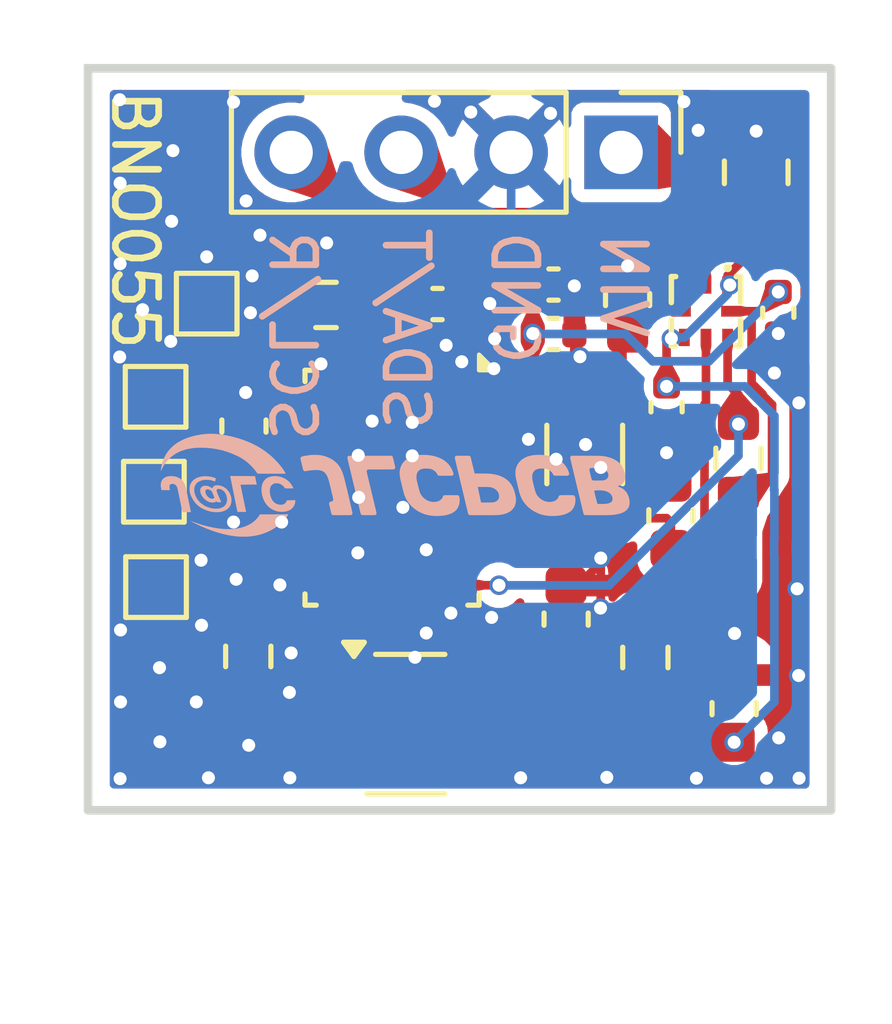
<source format=kicad_pcb>
(kicad_pcb (version 20241229) (generator "pcbnew") (generator_version "9.0")
  (layers (0 "F.Cu" jumper) (2 "B.Cu" signal) (13 "F.Paste" user) (15 "B.Paste" user) (5 "F.SilkS" user "F.Silkscreen") (7 "B.SilkS" user "B.Silkscreen") (1 "F.Mask" user) (3 "B.Mask" user) (25 "Edge.Cuts" user))
  (net 0 "")
  (net 1 "VCC")
  (net 2 "Net-(U2-COM0)")
  (net 3 "Net-(J2-Pin_3)")
  (net 4 "Net-(J2-Pin_4)")
  (net 5 "+2V8")
  (net 6 "GND")
  (net 7 "Net-(U3-B1)")
  (net 8 "Net-(U2-~{BOOT_LOAD_PIN})")
  (net 9 "Net-(U2-BL_IND)")
  (net 10 "Net-(U2-PIN7)")
  (net 11 "Net-(U2-PIN8)")
  (net 12 "Net-(U2-COM3)")
  (net 15 "Net-(U2-XIN32)")
  (net 17 "Net-(U2-XOUT32)")
  (net 23 "Net-(U2-CAP)")
  (footprint "Package_TO_SOT_SMD:SOT-23-5_HandSoldering" (layer "F.Cu") (at 115.16 92.4425)
    (property "Reference" "U1" (hide yes))
    (property "Value" "LP5907MFX-2.8" (hide yes))
    (pad "1" smd roundrect (at -1.35 -0.95) (size 1.56 0.65) (layers "F.Cu" "F.Mask" "F.Paste") (net 1 "VCC"))
    (pad "2" smd roundrect (at -1.35 0) (size 1.56 0.65) (layers "F.Cu" "F.Mask" "F.Paste") (net 6 "GND"))
    (pad "3" smd roundrect (at -1.35 0.95) (size 1.56 0.65) (layers "F.Cu" "F.Mask" "F.Paste") (net 1 "VCC"))
    (pad "4" smd roundrect (at 1.35 0.95) (size 1.56 0.65) (layers "F.Cu" "F.Mask" "F.Paste"))
    (pad "5" smd roundrect (at 1.35 -0.95) (size 1.56 0.65) (layers "F.Cu" "F.Mask" "F.Paste") (net 5 "+2V8"))
  )
  (footprint "Resistor_SMD:R_0603_1608Metric" (layer "F.Cu") (at 120.69 90.905 90)
    (property "Reference" "R2" (hide yes))
    (property "Value" "10k")
    (pad "1" smd roundrect (at -0.825 0 90) (size 0.8 0.95) (layers "F.Cu" "F.Mask" "F.Paste") (net 5 "+2V8"))
    (pad "2" smd roundrect (at 0.825 0 90) (size 0.8 0.95) (layers "F.Cu" "F.Mask" "F.Paste") (net 7 "Net-(U3-B1)"))
  )
  (footprint "Capacitor_SMD:C_0402_1005Metric" (layer "F.Cu") (at 121.18 85.13 -90)
    (property "Reference" "C4" (hide yes))
    (property "Value" "100n")
    (pad "1" smd roundrect (at -0.48 0 270) (size 0.56 0.62) (layers "F.Cu" "F.Mask" "F.Paste") (net 1 "VCC"))
    (pad "2" smd roundrect (at 0.48 0 270) (size 0.56 0.62) (layers "F.Cu" "F.Mask" "F.Paste") (net 6 "GND"))
  )
  (footprint "Capacitor_SMD:C_0603_1608Metric" (layer "F.Cu") (at 121.28 87.635 90)
    (property "Reference" "C11" (hide yes))
    (property "Value" "15p")
    (pad "1" smd roundrect (at -0.775 0 90) (size 0.9 0.95) (layers "F.Cu" "F.Mask" "F.Paste") (net 17 "Net-(U2-XOUT32)"))
    (pad "2" smd roundrect (at 0.775 0 90) (size 0.9 0.95) (layers "F.Cu" "F.Mask" "F.Paste") (net 6 "GND"))
  )
  (footprint "TestPoint:TestPoint_Pad_1.0x1.0mm" (layer "F.Cu") (at 109.34 87.08)
    (property "Reference" "TP5" (hide yes))
    (property "Value" "TestPoint")
    (pad "1" smd rect (at 0 0) (size 1 1) (layers "F.Cu" "F.Mask") (net 11 "Net-(U2-PIN8)"))
  )
  (footprint "Capacitor_SMD:C_0603_1608Metric" (layer "F.Cu") (at 111.42 85.565 90)
    (property "Reference" "C10" (hide yes))
    (property "Value" "2.2u")
    (pad "1" smd roundrect (at -0.775 0 90) (size 0.9 0.95) (layers "F.Cu" "F.Mask" "F.Paste") (net 23 "Net-(U2-CAP)"))
    (pad "2" smd roundrect (at 0.775 0 90) (size 0.9 0.95) (layers "F.Cu" "F.Mask" "F.Paste") (net 6 "GND"))
  )
  (footprint "TestPoint:TestPoint_Pad_1.0x1.0mm" (layer "F.Cu") (at 109.39 89.28)
    (property "Reference" "TP3" (hide yes))
    (property "Value" "TestPoint" (hide yes))
    (pad "1" smd rect (at 0 0) (size 1 1) (layers "F.Cu" "F.Mask") (net 9 "Net-(U2-BL_IND)"))
  )
  (footprint "Capacitor_SMD:C_0402_1005Metric" (layer "F.Cu") (at 115.89 82.75)
    (property "Reference" "C8" (hide yes))
    (property "Value" "100n")
    (pad "1" smd roundrect (at -0.48 0) (size 0.56 0.62) (layers "F.Cu" "F.Mask" "F.Paste") (net 5 "+2V8"))
    (pad "2" smd roundrect (at 0.48 0) (size 0.56 0.62) (layers "F.Cu" "F.Mask" "F.Paste") (net 6 "GND"))
  )
  (footprint "Capacitor_SMD:C_0603_1608Metric" (layer "F.Cu") (at 122.74 92.085 90)
    (property "Reference" "C2" (hide yes))
    (property "Value" "2.2u" (hide yes))
    (pad "1" smd roundrect (at -0.775 0 90) (size 0.9 0.95) (layers "F.Cu" "F.Mask" "F.Paste") (net 1 "VCC"))
    (pad "2" smd roundrect (at 0.775 0 90) (size 0.9 0.95) (layers "F.Cu" "F.Mask" "F.Paste") (net 6 "GND"))
  )
  (footprint "Resistor_SMD:R_0603_1608Metric" (layer "F.Cu") (at 113.315 82.77)
    (property "Reference" "R5" (hide yes))
    (property "Value" "10k")
    (pad "1" smd roundrect (at -0.825 0) (size 0.8 0.95) (layers "F.Cu" "F.Mask" "F.Paste") (net 5 "+2V8"))
    (pad "2" smd roundrect (at 0.825 0) (size 0.8 0.95) (layers "F.Cu" "F.Mask" "F.Paste") (net 8 "Net-(U2-~{BOOT_LOAD_PIN})"))
  )
  (footprint "Resistor_SMD:R_0603_1608Metric" (layer "F.Cu") (at 111.52 90.88 -90)
    (property "Reference" "R4" (hide yes))
    (property "Value" "10k" (hide yes))
    (pad "1" smd roundrect (at -0.825 0 270) (size 0.8 0.95) (layers "F.Cu" "F.Mask" "F.Paste") (net 12 "Net-(U2-COM3)"))
    (pad "2" smd roundrect (at 0.825 0 270) (size 0.8 0.95) (layers "F.Cu" "F.Mask" "F.Paste") (net 6 "GND"))
  )
  (footprint "Capacitor_SMD:C_0805_2012Metric" (layer "F.Cu") (at 123.25 79.71 90)
    (property "Reference" "C1" (hide yes))
    (property "Value" "10u")
    (pad "1" smd roundrect (at -0.95 0 90) (size 1 1.45) (layers "F.Cu" "F.Mask" "F.Paste") (net 1 "VCC"))
    (pad "2" smd roundrect (at 0.95 0 90) (size 1 1.45) (layers "F.Cu" "F.Mask" "F.Paste") (net 6 "GND"))
  )
  (footprint "Capacitor_SMD:C_0402_1005Metric" (layer "F.Cu") (at 123.76 82.95 -90)
    (property "Reference" "C5" (hide yes))
    (property "Value" "100n")
    (pad "1" smd roundrect (at -0.48 0 270) (size 0.56 0.62) (layers "F.Cu" "F.Mask" "F.Paste") (net 5 "+2V8"))
    (pad "2" smd roundrect (at 0.48 0 270) (size 0.56 0.62) (layers "F.Cu" "F.Mask" "F.Paste") (net 6 "GND"))
  )
  (footprint "Capacitor_SMD:C_0603_1608Metric" (layer "F.Cu") (at 120.28 82.645 90)
    (property "Reference" "C9" (hide yes))
    (property "Value" "15p")
    (pad "1" smd roundrect (at -0.775 0 90) (size 0.9 0.95) (layers "F.Cu" "F.Mask" "F.Paste") (net 15 "Net-(U2-XIN32)"))
    (pad "2" smd roundrect (at 0.775 0 90) (size 0.9 0.95) (layers "F.Cu" "F.Mask" "F.Paste") (net 6 "GND"))
  )
  (footprint "Package_LGA:LGA-28_5.2x3.8mm_P0.5mm" (layer "F.Cu") (at 114.84 86.9875 -90)
    (property "Reference" "U2" (hide yes))
    (property "Value" "BNO055" (hide yes))
    (pad "1" smd rect (at -2.25 -1.6625 270) (size 0.254 0.675) (layers "F.Cu" "F.Mask" "F.Paste"))
    (pad "2" smd rect (at -2.3875 -0.75) (size 0.254 0.675) (layers "F.Cu" "F.Mask" "F.Paste") (net 6 "GND"))
    (pad "3" smd rect (at -2.3875 -0.25) (size 0.254 0.675) (layers "F.Cu" "F.Mask" "F.Paste") (net 5 "+2V8"))
    (pad "4" smd rect (at -2.3875 0.25) (size 0.254 0.675) (layers "F.Cu" "F.Mask" "F.Paste") (net 8 "Net-(U2-~{BOOT_LOAD_PIN})"))
    (pad "5" smd rect (at -2.3875 0.75) (size 0.254 0.675) (layers "F.Cu" "F.Mask" "F.Paste") (net 6 "GND"))
    (pad "6" smd rect (at -2.25 1.6625 270) (size 0.254 0.675) (layers "F.Cu" "F.Mask" "F.Paste") (net 6 "GND"))
    (pad "7" smd rect (at -1.75 1.6625 270) (size 0.254 0.675) (layers "F.Cu" "F.Mask" "F.Paste") (net 10 "Net-(U2-PIN7)"))
    (pad "8" smd rect (at -1.25 1.6625 270) (size 0.254 0.675) (layers "F.Cu" "F.Mask" "F.Paste") (net 11 "Net-(U2-PIN8)"))
    (pad "9" smd rect (at -0.75 1.6625 270) (size 0.254 0.675) (layers "F.Cu" "F.Mask" "F.Paste") (net 23 "Net-(U2-CAP)"))
    (pad "10" smd rect (at -0.25 1.6625 270) (size 0.254 0.675) (layers "F.Cu" "F.Mask" "F.Paste") (net 9 "Net-(U2-BL_IND)"))
    (pad "11" smd rect (at 0.25 1.6625 270) (size 0.254 0.675) (layers "F.Cu" "F.Mask" "F.Paste"))
    (pad "12" smd rect (at 0.75 1.6625 270) (size 0.254 0.675) (layers "F.Cu" "F.Mask" "F.Paste"))
    (pad "13" smd rect (at 1.25 1.6625 270) (size 0.254 0.675) (layers "F.Cu" "F.Mask" "F.Paste"))
    (pad "14" smd rect (at 1.75 1.6625 270) (size 0.254 0.675) (layers "F.Cu" "F.Mask" "F.Paste"))
    (pad "15" smd rect (at 2.25 1.6625 270) (size 0.254 0.675) (layers "F.Cu" "F.Mask" "F.Paste"))
    (pad "16" smd rect (at 2.3875 0.75) (size 0.254 0.675) (layers "F.Cu" "F.Mask" "F.Paste"))
    (pad "17" smd rect (at 2.3875 0.25) (size 0.254 0.675) (layers "F.Cu" "F.Mask" "F.Paste") (net 12 "Net-(U2-COM3)"))
    (pad "18" smd rect (at 2.3875 -0.25) (size 0.254 0.675) (layers "F.Cu" "F.Mask" "F.Paste") (net 6 "GND"))
    (pad "19" smd rect (at 2.3875 -0.75) (size 0.254 0.675) (layers "F.Cu" "F.Mask" "F.Paste"))
    (pad "20" smd rect (at 2.25 -1.6625 270) (size 0.254 0.675) (layers "F.Cu" "F.Mask" "F.Paste") (net 2 "Net-(U2-COM0)"))
    (pad "21" smd rect (at 1.75 -1.6625 270) (size 0.254 0.675) (layers "F.Cu" "F.Mask" "F.Paste"))
    (pad "22" smd rect (at 1.25 -1.6625 270) (size 0.254 0.675) (layers "F.Cu" "F.Mask" "F.Paste"))
    (pad "23" smd rect (at 0.75 -1.6625 270) (size 0.254 0.675) (layers "F.Cu" "F.Mask" "F.Paste"))
    (pad "24" smd rect (at 0.25 -1.6625 270) (size 0.254 0.675) (layers "F.Cu" "F.Mask" "F.Paste"))
    (pad "25" smd rect (at -0.25 -1.6625 270) (size 0.254 0.675) (layers "F.Cu" "F.Mask" "F.Paste") (net 6 "GND"))
    (pad "26" smd rect (at -0.75 -1.6625 270) (size 0.254 0.675) (layers "F.Cu" "F.Mask" "F.Paste") (net 17 "Net-(U2-XOUT32)"))
    (pad "27" smd rect (at -1.25 -1.6625 270) (size 0.254 0.675) (layers "F.Cu" "F.Mask" "F.Paste") (net 15 "Net-(U2-XIN32)"))
    (pad "28" smd rect (at -1.75 -1.6625 270) (size 0.254 0.675) (layers "F.Cu" "F.Mask" "F.Paste") (net 5 "+2V8"))
  )
  (footprint "Connector_PinHeader_2.54mm:PinHeader_1x04_P2.54mm_Vertical" (layer "F.Cu") (at 120.13 79.25 -90)
    (property "Reference" "J2" (hide yes))
    (property "Value" "Conn_01x04_Socket" (hide yes))
    (pad "1" thru_hole rect (at 0 0 270) (size 1.7 1.7) (drill 1) (layers "*.Cu" "*.Mask") (net 1 "VCC"))
    (pad "2" thru_hole circle (at 0 2.54 270) (size 1.7 1.7) (drill 1) (layers "*.Cu" "*.Mask") (net 6 "GND"))
    (pad "3" thru_hole circle (at 0 5.08 270) (size 1.7 1.7) (drill 1) (layers "*.Cu" "*.Mask") (net 3 "Net-(J2-Pin_3)"))
    (pad "4" thru_hole circle (at 0 7.62 270) (size 1.7 1.7) (drill 1) (layers "*.Cu" "*.Mask") (net 4 "Net-(J2-Pin_4)"))
  )
  (footprint "TestPoint:TestPoint_Pad_1.0x1.0mm" (layer "F.Cu") (at 109.38 84.89)
    (property "Reference" "TP4" (hide yes))
    (property "Value" "TestPoint")
    (pad "1" smd rect (at 0 0) (size 1 1) (layers "F.Cu" "F.Mask") (net 10 "Net-(U2-PIN7)"))
  )
  (footprint "Capacitor_SMD:C_0402_1005Metric" (layer "F.Cu") (at 118.57 83.44)
    (property "Reference" "C6" (hide yes))
    (property "Value" "100n")
    (pad "1" smd roundrect (at -0.48 0) (size 0.56 0.62) (layers "F.Cu" "F.Mask" "F.Paste") (net 5 "+2V8"))
    (pad "2" smd roundrect (at 0.48 0) (size 0.56 0.62) (layers "F.Cu" "F.Mask" "F.Paste") (net 6 "GND"))
  )
  (footprint "Resistor_SMD:R_0603_1608Metric" (layer "F.Cu") (at 122.84 86.31 90)
    (property "Reference" "R1" (hide yes))
    (property "Value" "10k")
    (pad "1" smd roundrect (at -0.825 0 90) (size 0.8 0.95) (layers "F.Cu" "F.Mask" "F.Paste") (net 5 "+2V8"))
    (pad "2" smd roundrect (at 0.825 0 90) (size 0.8 0.95) (layers "F.Cu" "F.Mask" "F.Paste") (net 2 "Net-(U2-COM0)"))
  )
  (footprint "Capacitor_SMD:C_0603_1608Metric" (layer "F.Cu") (at 118.86 90.02 90)
    (property "Reference" "C3" (hide yes))
    (property "Value" "2.2u")
    (pad "1" smd roundrect (at -0.775 0 90) (size 0.9 0.95) (layers "F.Cu" "F.Mask" "F.Paste") (net 5 "+2V8"))
    (pad "2" smd roundrect (at 0.775 0 90) (size 0.9 0.95) (layers "F.Cu" "F.Mask" "F.Paste") (net 6 "GND"))
  )
  (footprint "TestPoint:TestPoint_Pad_1.0x1.0mm" (layer "F.Cu") (at 110.56 82.74)
    (property "Reference" "TP2" (hide yes))
    (property "Value" "TestPoint" (hide yes))
    (pad "1" smd rect (at 0 0) (size 1 1) (layers "F.Cu" "F.Mask") (net 8 "Net-(U2-~{BOOT_LOAD_PIN})"))
  )
  (footprint "Crystal:Crystal_SMD_3215-2Pin_3.2x1.5mm" (layer "F.Cu") (at 119.29 86.22 90)
    (property "Reference" "Y1" (hide yes))
    (property "Value" "Crystal")
    (pad "1" smd rect (at 1.25 0 90) (size 1 1.8) (layers "F.Cu" "F.Mask" "F.Paste") (net 15 "Net-(U2-XIN32)"))
    (pad "2" smd rect (at -1.25 0 90) (size 1 1.8) (layers "F.Cu" "F.Mask" "F.Paste") (net 17 "Net-(U2-XOUT32)"))
  )
  (footprint "Capacitor_SMD:C_0402_1005Metric" (layer "F.Cu") (at 118.57 82.3)
    (property "Reference" "C7" (hide yes))
    (property "Value" "100n")
    (pad "1" smd roundrect (at -0.48 0) (size 0.56 0.62) (layers "F.Cu" "F.Mask" "F.Paste") (net 5 "+2V8"))
    (pad "2" smd roundrect (at 0.48 0) (size 0.56 0.62) (layers "F.Cu" "F.Mask" "F.Paste") (net 6 "GND"))
  )
  (footprint "lib:MICROPAK_FXMA2102L8X" (layer "F.Cu") (at 122.09 82.915 -90)
    (property "Reference" "U3" (hide yes))
    (property "Value" "~")
    (pad "1" smd rect (at -0.605 -0.5 270) (size 0.4 0.25) (layers "F.Cu" "F.Mask" "F.Paste") (net 1 "VCC"))
    (pad "2" smd rect (at -0.605 0 270) (size 0.4 0.25) (layers "F.Cu" "F.Mask" "F.Paste") (net 3 "Net-(J2-Pin_3)"))
    (pad "3" smd rect (at -0.605 0.5 270) (size 0.4 0.25) (layers "F.Cu" "F.Mask" "F.Paste") (net 4 "Net-(J2-Pin_4)"))
    (pad "4" smd rect (at 0 0.575 270) (size 0.25 0.45) (layers "F.Cu" "F.Mask" "F.Paste") (net 6 "GND"))
    (pad "5" smd rect (at 0.605 0.5 270) (size 0.4 0.25) (layers "F.Cu" "F.Mask" "F.Paste") (net 1 "VCC"))
    (pad "6" smd rect (at 0.605 0 270) (size 0.4 0.25) (layers "F.Cu" "F.Mask" "F.Paste") (net 7 "Net-(U3-B1)"))
    (pad "7" smd rect (at 0.605 -0.5 270) (size 0.4 0.25) (layers "F.Cu" "F.Mask" "F.Paste") (net 2 "Net-(U2-COM0)"))
    (pad "8" smd rect (at 0 -0.575 270) (size 0.25 0.45) (layers "F.Cu" "F.Mask" "F.Paste") (net 5 "+2V8"))
  )
  (footprint "RaspberryPiBico:JLCPCB(10.8mm)" (layer "B.Cu") (at 115.059231 87.037555)
    (property "Reference" "G***" (hide yes))
    (property "Value" "LOGO" (hide yes))
  )
  (gr_rect (start 107.82 77.31) (end 124.98 94.43) (stroke (width 0.2)) (fill no) (layer "Edge.Cuts"))
  (gr_text "BNO055" (at 108.32 77.73 270) (layer "F.SilkS") (effects (font (size 1 1) (thickness 0.153)) (justify left bottom)))
  (gr_text "SCL/R" (at 111.95 85.99 -90) (layer "B.SilkS") (effects (font (size 1 1) (thickness 0.153)) (justify left bottom mirror)))
  (gr_text "SDA/T" (at 114.57 85.73 -90) (layer "B.SilkS") (effects (font (size 1 1) (thickness 0.153)) (justify left bottom mirror)))
  (gr_text "VIN" (at 119.59 83.61 -90) (layer "B.SilkS") (effects (font (size 1 1) (thickness 0.153)) (justify left bottom mirror)))
  (gr_text "GND" (at 117.08 84.23 -90) (layer "B.SilkS") (effects (font (size 1 1) (thickness 0.153)) (justify left bottom mirror)))
  (segment (start 122.771 79.711) (end 123.25 80.19) (width 0.5) (layer "F.Cu") (net 1))
  (segment (start 120.171 79.711) (end 122.771 79.711) (width 0.5) (layer "F.Cu") (net 1))
  (segment (start 113.81 93.3925) (end 114.857878 93.3925) (width 0.5) (layer "F.Cu") (net 1))
  (segment (start 123.25 81.43) (end 123.25 80.66) (width 0.2) (layer "F.Cu") (net 1))
  (segment (start 115.900378 92.35) (end 117.46 92.35) (width 0.5) (layer "F.Cu") (net 1))
  (segment (start 117.46 92.35) (end 117.97 92.86) (width 0.5) (layer "F.Cu") (net 1))
  (segment (start 121.315 83.52) (end 121.29 83.545) (width 0.2) (layer "F.Cu") (net 1))
  (segment (start 121.59 83.52) (end 121.315 83.52) (width 0.2) (layer "F.Cu") (net 1))
  (segment (start 121.18 84.65) (end 121.18 83.655) (width 0.2) (layer "F.Cu") (net 1))
  (segment (start 120.13 79.67) (end 120.171 79.711) (width 0.5) (layer "F.Cu") (net 1))
  (segment (start 118.06 92.86) (end 122.74 92.86) (width 0.5) (layer "F.Cu") (net 1))
  (segment (start 115.715378 92.35) (end 115.900378 92.35) (width 0.5) (layer "F.Cu") (net 1))
  (segment (start 113.81 91.4925) (end 114.857878 91.4925) (width 0.5) (layer "F.Cu") (net 1))
  (segment (start 121.18 83.655) (end 121.29 83.545) (width 0.2) (layer "F.Cu") (net 1))
  (segment (start 114.857878 93.3925) (end 115.900378 92.35) (width 0.5) (layer "F.Cu") (net 1))
  (segment (start 122.59 82.09) (end 123.25 81.43) (width 0.2) (layer "F.Cu") (net 1))
  (segment (start 123.25 80.19) (end 123.25 80.66) (width 0.5) (layer "F.Cu") (net 1))
  (segment (start 114.857878 91.4925) (end 115.715378 92.35) (width 0.5) (layer "F.Cu") (net 1))
  (segment (start 122.59 82.31) (end 122.59 82.09) (width 0.2) (layer "F.Cu") (net 1))
  (via (at 122.74 92.86) (size 0.45) (drill 0.3) (layers "F.Cu" "B.Cu") (net 1))
  (via (at 122.640002 82.31) (size 0.45) (drill 0.3) (layers "F.Cu" "B.Cu") (net 1))
  (via (at 121.18 84.65) (size 0.45) (drill 0.3) (layers "F.Cu" "B.Cu") (net 1))
  (via (at 121.29 83.545) (size 0.45) (drill 0.3) (layers "F.Cu" "B.Cu") (net 1))
  (segment (start 123.664 88.172834) (end 123.664 88.567166) (width 0.2) (layer "B.Cu") (net 1))
  (segment (start 123.664 88.567166) (end 123.67 88.573166) (width 0.2) (layer "B.Cu") (net 1))
  (segment (start 123.67 87.043166) (end 123.67 88.166834) (width 0.2) (layer "B.Cu") (net 1))
  (segment (start 123.664 87.037166) (end 123.67 87.043166) (width 0.2) (layer "B.Cu") (net 1))
  (segment (start 121.315 83.52) (end 121.59 83.52) (width 0.2) (layer "B.Cu") (net 1))
  (segment (start 122.99 84.65) (end 123.67 85.33) (width 0.2) (layer "B.Cu") (net 1))
  (segment (start 122.59 82.52) (end 122.59 82.31) (width 0.2) (layer "B.Cu") (net 1))
  (segment (start 123.67 86.636834) (end 123.664 86.642834) (width 0.2) (layer "B.Cu") (net 1))
  (segment (start 121.29 83.545) (end 121.315 83.52) (width 0.2) (layer "B.Cu") (net 1))
  (segment (start 123.664 86.642834) (end 123.664 87.037166) (width 0.2) (layer "B.Cu") (net 1))
  (segment (start 123.67 91.93) (end 122.74 92.86) (width 0.2) (layer "B.Cu") (net 1))
  (segment (start 122.59 82.31) (end 122.640002 82.31) (width 0.2) (layer "B.Cu") (net 1))
  (segment (start 123.67 88.166834) (end 123.664 88.172834) (width 0.2) (layer "B.Cu") (net 1))
  (segment (start 121.59 83.52) (end 122.59 82.52) (width 0.2) (layer "B.Cu") (net 1))
  (segment (start 123.67 85.33) (end 123.67 86.636834) (width 0.2) (layer "B.Cu") (net 1))
  (segment (start 123.67 88.573166) (end 123.67 91.93) (width 0.2) (layer "B.Cu") (net 1))
  (segment (start 121.18 84.65) (end 122.99 84.65) (width 0.2) (layer "B.Cu") (net 1))
  (segment (start 122.84 85.485) (end 122.84 84.84) (width 0.2) (layer "F.Cu") (net 2))
  (segment (start 117.31 89.2375) (end 116.5025 89.2375) (width 0.2) (layer "F.Cu") (net 2))
  (segment (start 122.59 84.59) (end 122.59 83.52) (width 0.2) (layer "F.Cu") (net 2))
  (segment (start 122.84 85.52) (end 122.84 85.485) (width 0.2) (layer "F.Cu") (net 2))
  (segment (start 117.3225 89.2375) (end 117.31 89.2375) (width 0.2) (layer "F.Cu") (net 2))
  (segment (start 122.84 85.615) (end 122.84 85.52) (width 0.2) (layer "F.Cu") (net 2))
  (segment (start 122.84 84.84) (end 122.59 84.59) (width 0.2) (layer "F.Cu") (net 2))
  (via (at 122.84 85.52) (size 0.45) (drill 0.3) (layers "F.Cu" "B.Cu") (net 2))
  (via (at 117.31 89.2375) (size 0.45) (drill 0.3) (layers "F.Cu" "B.Cu") (net 2))
  (segment (start 119.85 89.24) (end 117.325 89.24) (width 0.2) (layer "B.Cu") (net 2))
  (segment (start 117.325 89.24) (end 117.3225 89.2375) (width 0.2) (layer "B.Cu") (net 2))
  (segment (start 122.84 85.615) (end 122.84 86.25) (width 0.2) (layer "B.Cu") (net 2))
  (segment (start 122.84 86.25) (end 119.85 89.24) (width 0.2) (layer "B.Cu") (net 2))
  (segment (start 122.09 81.19) (end 122.09 82.31) (width 0.2) (layer "F.Cu") (net 3))
  (segment (start 115.05 79.25) (end 116.429 80.629) (width 0.2) (layer "F.Cu") (net 3))
  (segment (start 121.53 80.63) (end 122.09 81.19) (width 0.2) (layer "F.Cu") (net 3))
  (segment (start 116.429 80.629) (end 116.429 80.63) (width 0.2) (layer "F.Cu") (net 3))
  (segment (start 116.429 80.63) (end 121.53 80.63) (width 0.2) (layer "F.Cu") (net 3))
  (segment (start 121.1 81.07) (end 121.59 81.56) (width 0.2) (layer "F.Cu") (net 4))
  (segment (start 114.33 81.07) (end 121.1 81.07) (width 0.2) (layer "F.Cu") (net 4))
  (segment (start 112.51 79.25) (end 114.33 81.07) (width 0.2) (layer "F.Cu") (net 4))
  (segment (start 121.59 81.56) (end 121.59 82.31) (width 0.2) (layer "F.Cu") (net 4))
  (segment (start 123.14355 84.57645) (end 123.397032 84.829932) (width 0.2) (layer "F.Cu") (net 5))
  (segment (start 116.97 81.88) (end 115.14 81.88) (width 0.2) (layer "F.Cu") (net 5))
  (segment (start 121.3 91.73) (end 121.71 91.32) (width 0.5) (layer "F.Cu") (net 5))
  (segment (start 123.315 82.915) (end 123.14355 83.08645) (width 0.2) (layer "F.Cu") (net 5))
  (segment (start 117.0525 85.2375) (end 116.5025 85.2375) (width 0.2) (layer "F.Cu") (net 5))
  (segment (start 118.91 90.845) (end 118.86 90.795) (width 0.5) (layer "F.Cu") (net 5))
  (segment (start 118.09 82.3) (end 117.39 82.3) (width 0.2) (layer "F.Cu") (net 5))
  (segment (start 117.2075 90.795) (end 116.51 91.4925) (width 0.5) (layer "F.Cu") (net 5))
  (segment (start 112.49 82.16) (end 112.49 82.77) (width 0.2) (layer "F.Cu") (net 5))
  (segment (start 118.09 83.43) (end 118.09 82.3) (width 0.2) (layer "F.Cu") (net 5))
  (segment (start 123.616 85.071936) (end 123.616 86.694) (width 0.2) (layer "F.Cu") (net 5))
  (segment (start 118.86 90.795) (end 119.755 90.795) (width 0.5) (layer "F.Cu") (net 5))
  (segment (start 115.14 81.88) (end 112.77 81.88) (width 0.2) (layer "F.Cu") (net 5))
  (segment (start 115.09 83.73) (end 115.41 83.41) (width 0.2) (layer "F.Cu") (net 5))
  (segment (start 115.09 84.6) (end 115.09 83.73) (width 0.2) (layer "F.Cu") (net 5))
  (segment (start 118.09 83.44) (end 118.09 83.43) (width 0.2) (layer "F.Cu") (net 5))
  (segment (start 122.665 82.915) (end 122.67 82.91) (width 0.2) (layer "F.Cu") (net 5))
  (segment (start 115.41 82.75) (end 115.41 82.15) (width 0.2) (layer "F.Cu") (net 5))
  (segment (start 120.69 91.73) (end 121.3 91.73) (width 0.5) (layer "F.Cu") (net 5))
  (segment (start 118.09 83.44) (end 118.09 84.2) (width 0.2) (layer "F.Cu") (net 5))
  (segment (start 122.84 89.08) (end 122.84 87.135) (width 0.5) (layer "F.Cu") (net 5))
  (segment (start 121.71 90.21) (end 122.84 89.08) (width 0.5) (layer "F.Cu") (net 5))
  (segment (start 123.175 87.135) (end 122.84 87.135) (width 0.2) (layer "F.Cu") (net 5))
  (segment (start 123.315 82.915) (end 122.665 82.915) (width 0.2) (layer "F.Cu") (net 5))
  (segment (start 118.09 84.2) (end 117.0525 85.2375) (width 0.2) (layer "F.Cu") (net 5))
  (segment (start 118.86 90.795) (end 117.2075 90.795) (width 0.5) (layer "F.Cu") (net 5))
  (segment (start 115.41 83.41) (end 115.41 82.75) (width 0.2) (layer "F.Cu") (net 5))
  (segment (start 119.755 90.795) (end 120.69 91.73) (width 0.5) (layer "F.Cu") (net 5))
  (segment (start 121.71 91.32) (end 121.71 90.21) (width 0.5) (layer "F.Cu") (net 5))
  (segment (start 123.397032 84.852968) (end 123.616 85.071936) (width 0.2) (layer "F.Cu") (net 5))
  (segment (start 112.77 81.88) (end 112.49 82.16) (width 0.2) (layer "F.Cu") (net 5))
  (segment (start 123.616 86.694) (end 123.175 87.135) (width 0.2) (layer "F.Cu") (net 5))
  (segment (start 117.39 82.3) (end 116.97 81.88) (width 0.2) (layer "F.Cu") (net 5))
  (segment (start 123.397032 84.829932) (end 123.397032 84.852968) (width 0.2) (layer "F.Cu") (net 5))
  (segment (start 115.41 82.15) (end 115.14 81.88) (width 0.2) (layer "F.Cu") (net 5))
  (segment (start 123.14355 83.08645) (end 123.14355 84.57645) (width 0.2) (layer "F.Cu") (net 5))
  (segment (start 123.76 82.47) (end 123.315 82.915) (width 0.2) (layer "F.Cu") (net 5))
  (via (at 123.76 82.47) (size 0.45) (drill 0.3) (layers "F.Cu" "B.Cu") (net 5))
  (via (at 118.09 83.43) (size 0.45) (drill 0.3) (layers "F.Cu" "B.Cu") (net 5))
  (segment (start 118.09 83.44) (end 120.23 83.44) (width 0.2) (layer "B.Cu") (net 5))
  (segment (start 120.86 84.07) (end 122.16 84.07) (width 0.2) (layer "B.Cu") (net 5))
  (segment (start 122.16 84.07) (end 123.76 82.47) (width 0.2) (layer "B.Cu") (net 5))
  (segment (start 120.23 83.44) (end 120.86 84.07) (width 0.2) (layer "B.Cu") (net 5))
  (segment (start 113.1775 84.1525) (end 113.2 84.13) (width 0.2) (layer "F.Cu") (net 6))
  (segment (start 119.135 89.245) (end 118.86 89.245) (width 0.2) (layer "F.Cu") (net 6))
  (segment (start 124.14 84.935) (end 124.14 84.29) (width 0.2) (layer "F.Cu") (net 6))
  (segment (start 124.14 89.32) (end 122.74 90.72) (width 0.2) (layer "F.Cu") (net 6))
  (segment (start 112.31 90.55) (end 114.59 90.55) (width 0.2) (layer "F.Cu") (net 6))
  (segment (start 123.76 83.91) (end 123.76 83.43) (width 0.2) (layer "F.Cu") (net 6))
  (segment (start 114.09 84.19) (end 113.93 84.03) (width 0.2) (layer "F.Cu") (net 6))
  (segment (start 115.7925 86.7375) (end 116.5025 86.7375) (width 0.2) (layer "F.Cu") (net 6))
  (segment (start 111.52 91.34) (end 112.31 90.55) (width 0.2) (layer "F.Cu") (net 6))
  (segment (start 120.58 86.86) (end 121.28 86.86) (width 0.2) (layer "F.Cu") (net 6))
  (segment (start 115.3065 85.45) (end 115.3065 85.48) (width 0.2) (layer "F.Cu") (net 6))
  (segment (start 111.48 84.79) (end 111.49 84.8) (width 0.2) (layer "F.Cu") (net 6))
  (segment (start 119.05 82.33) (end 119.05 82.3) (width 0.2) (layer "F.Cu") (net 6))
  (segment (start 124.14 85.125) (end 124.14 89.32) (width 0.2) (layer "F.Cu") (net 6))
  (segment (start 115.3065 85.59) (end 115.3065 86.2515) (width 0.2) (layer "F.Cu") (net 6))
  (segment (start 117.097862 82.737862) (end 117.134984 82.70074) (width 0.2) (layer "F.Cu") (net 6))
  (segment (start 119.05 83.44) (end 119.05 82.33) (width 0.2) (layer "F.Cu") (net 6))
  (segment (start 117.085724 82.75) (end 117.097862 82.737862) (width 0.2) (layer "F.Cu") (net 6))
  (segment (start 121.055 82.915) (end 120.28 82.14) (width 0.2) (layer "F.Cu") (net 6))
  (segment (start 114.38 85.45) (end 115.3065 85.45) (width 0.2) (layer "F.Cu") (net 6))
  (segment (start 116.09 83.7) (end 116.37 83.42) (width 0.2) (layer "F.Cu") (net 6))
  (segment (start 115.09 89.375) (end 115.09 87.44) (width 0.2) (layer "F.Cu") (net 6))
  (segment (start 114.32 85.45) (end 114.38 85.45) (width 0.2) (layer "F.Cu") (net 6))
  (segment (start 119.66 86.52) (end 120.24 86.52) (width 0.2) (layer "F.Cu") (net 6))
  (segment (start 111.52 91.705) (end 111.52 91.34) (width 0.2) (layer "F.Cu") (net 6))
  (segment (start 116.37 83.42) (end 116.37 82.75) (width 0.2) (layer "F.Cu") (net 6))
  (segment (start 113.1775 84.7375) (end 113.1775 84.1525) (width 0.2) (layer "F.Cu") (net 6))
  (segment (start 124.235 85.03) (end 124.14 85.125) (width 0.2) (layer "F.Cu") (net 6))
  (segment (start 115.09 87.44) (end 115.7925 86.7375) (width 0.2) (layer "F.Cu") (net 6))
  (segment (start 123.25 78.76) (end 124.371 79.881) (width 0.2) (layer "F.Cu") (net 6))
  (segment (start 111.46 84.79) (end 111.48 84.79) (width 0.2) (layer "F.Cu") (net 6))
  (segment (start 115.59 85.1665) (end 115.59 84.6) (width 0.2) (layer "F.Cu") (net 6))
  (segment (start 124.371 82.819) (end 123.76 83.43) (width 0.2) (layer "F.Cu") (net 6))
  (segment (start 120.24 86.52) (end 120.58 86.86) (width 0.2) (layer "F.Cu") (net 6))
  (segment (start 121.18 85.61) (end 121.18 86.15) (width 0.2) (layer "F.Cu") (net 6))
  (segment (start 111.42 84.79) (end 111.46 84.79) (width 0.2) (layer "F.Cu") (net 6))
  (segment (start 114.59 90.55) (end 115.09 90.05) (width 0.2) (layer "F.Cu") (net 6))
  (segment (start 122.74 90.72) (end 122.74 91.31) (width 0.2) (layer "F.Cu") (net 6))
  (segment (start 121.18 86.76) (end 121.28 86.86) (width 0.2) (layer "F.Cu") (net 6))
  (segment (start 120.28 82.14) (end 120.28 81.87) (width 0.2) (layer "F.Cu") (net 6))
  (segment (start 115.3065 85.48) (end 115.3065 85.59) (width 0.2) (layer "F.Cu") (net 6))
  (segment (start 114.09 85.22) (end 114.32 85.45) (width 0.2) (layer "F.Cu") (net 6))
  (segment (start 124.235 85.03) (end 124.14 84.935) (width 0.2) (layer "F.Cu") (net 6))
  (segment (start 119.05 83.835) (end 119.18 83.965) (width 0.2) (layer "F.Cu") (net 6))
  (segment (start 115.3065 85.45) (end 115.59 85.1665) (width 0.2) (layer "F.Cu") (net 6))
  (segment (start 115.3065 86.2515) (end 115.7925 86.7375) (width 0.2) (layer "F.Cu") (net 6))
  (segment (start 112.2575 92.4425) (end 111.52 91.705) (width 0.5) (layer "F.Cu") (net 6))
  (segment (start 114.09 84.6) (end 114.09 84.19) (width 0.2) (layer "F.Cu") (net 6))
  (segment (start 113.81 92.4425) (end 112.2575 92.4425) (width 0.5) (layer "F.Cu") (net 6))
  (segment (start 115.59 84.2) (end 116.09 83.7) (width 0.2) (layer "F.Cu") (net 6))
  (segment (start 116.37 82.75) (end 117.085724 82.75) (width 0.2) (layer "F.Cu") (net 6))
  (segment (start 124.14 84.29) (end 123.76 83.91) (width 0.2) (layer "F.Cu") (net 6))
  (segment (start 119.66 88.72) (end 119.135 89.245) (width 0.2) (layer "F.Cu") (net 6))
  (segment (start 113.3 84.03) (end 113.2 84.13) (width 0.2) (layer "F.Cu") (net 6))
  (segment (start 121.18 86.18) (end 121.18 86.76) (width 0.2) (layer "F.Cu") (net 6))
  (segment (start 124.371 79.881) (end 124.371 82.819) (width 0.2) (layer "F.Cu") (net 6))
  (segment (start 115.59 84.6) (end 115.59 84.2) (width 0.2) (layer "F.Cu") (net 6))
  (segment (start 121.18 86.15) (end 121.18 86.18) (width 0.2) (layer "F.Cu") (net 6))
  (segment (start 121.515 82.915) (end 121.055 82.915) (width 0.2) (layer "F.Cu") (net 6))
  (segment (start 119.66 89.715) (end 119.66 88.72) (width 0.2) (layer "F.Cu") (net 6))
  (segment (start 114.09 84.6) (end 114.09 85.22) (width 0.2) (layer "F.Cu") (net 6))
  (segment (start 119.05 83.44) (end 119.05 83.835) (width 0.2) (layer "F.Cu") (net 6))
  (segment (start 115.09 90.05) (end 115.09 89.375) (width 0.2) (layer "F.Cu") (net 6))
  (segment (start 113.93 84.03) (end 113.3 84.03) (width 0.2) (layer "F.Cu") (net 6))
  (via (at 108.57 90.27) (size 0.45) (drill 0.3) (layers "F.Cu" "B.Cu") (net 6))
  (via (at 119.66 88.61) (size 0.45) (drill 0.3) (layers "F.Cu" "B.Cu") (net 6))
  (via (at 114.06 86.24) (size 0.45) (drill 0.3) (layers "F.Cu" "B.Cu") (net 6))
  (via (at 123.49 93.69) (size 0.45) (drill 0.3) (layers "F.Cu" "B.Cu") (net 6))
  (via (at 123.76 83.43) (size 0.45) (drill 0.3) (layers "F.Cu" "B.Cu") (net 6))
  (via (at 118.5 78.35) (size 0.45) (drill 0.3) (layers "F.Cu" "B.Cu") (net 6))
  (via (at 108.56 79.96) (size 0.45) (drill 0.3) (layers "F.Cu" "B.Cu") (net 6))
  (via (at 110.44 90.16) (size 0.45) (drill 0.3) (layers "F.Cu" "B.Cu") (net 6))
  (via (at 119.8 93.67) (size 0.45) (drill 0.3) (layers "F.Cu" "B.Cu") (net 6))
  (via (at 121.91 78.74) (size 0.45) (drill 0.3) (layers "F.Cu" "B.Cu") (net 6))
  (via (at 108.55 83.97) (size 0.45) (drill 0.3) (layers "F.Cu" "B.Cu") (net 6))
  (via (at 117.14 89.98) (size 0.45) (drill 0.3) (layers "F.Cu" "B.Cu") (net 6))
  (via (at 111.46 84.79) (size 0.45) (drill 0.3) (layers "F.Cu" "B.Cu") (net 6))
  (via (at 117.81 93.68) (size 0.45) (drill 0.3) (layers "F.Cu" "B.Cu") (net 6))
  (via (at 114.05 88.49) (size 0.45) (drill 0.3) (layers "F.Cu" "B.Cu") (net 6))
  (via (at 115.3065 85.48) (size 0.45) (drill 0.3) (layers "F.Cu" "B.Cu") (net 6))
  (via (at 120.28 81.87) (size 0.45) (drill 0.3) (layers "F.Cu" "B.Cu") (net 6))
  (via (at 115.82 78.07) (size 0.45) (drill 0.3) (layers "F.Cu" "B.Cu") (net 6))
  (via (at 109.48 92.85) (size 0.45) (drill 0.3) (layers "F.Cu" "B.Cu") (net 6))
  (via (at 119.65502 89.765) (size 0.45) (drill 0.3) (layers "F.Cu" "B.Cu") (net 6))
  (via (at 111.18 78.09) (size 0.45) (drill 0.3) (layers "F.Cu" "B.Cu") (net 6))
  (via (at 123.77 92.76) (size 0.45) (drill 0.3) (layers "F.Cu" "B.Cu") (net 6))
  (via (at 113.33 81.34) (size 0.45) (drill 0.3) (layers "F.Cu" "B.Cu") (net 6))
  (via (at 124.23 91.32) (size 0.45) (drill 0.3) (layers "F.Cu" "B.Cu") (net 6))
  (via (at 108.57 91.93) (size 0.45) (drill 0.3) (layers "F.Cu" "B.Cu") (net 6))
  (via (at 119.31 85.99) (size 0.45) (drill 0.3) (layers "F.Cu" "B.Cu") (net 6))
  (via (at 121.58 78.08) (size 0.45) (drill 0.3) (layers "F.Cu" "B.Cu") (net 6))
  (via (at 111.53 92.93) (size 0.45) (drill 0.3) (layers "F.Cu" "B.Cu") (net 6))
  (via (at 109.75 80.84) (size 0.45) (drill 0.3) (layers "F.Cu" "B.Cu") (net 6))
  (via (at 121.87 93.69) (size 0.45) (drill 0.3) (layers "F.Cu" "B.Cu") (net 6))
  (via (at 110.56 81.66) (size 0.45) (drill 0.3) (layers "F.Cu" "B.Cu") (net 6))
  (via (at 111.61 82.1) (size 0.45) (drill 0.3) (layers "F.Cu" "B.Cu") (net 6))
  (via (at 116.45 84.08) (size 0.45) (drill 0.3) (layers "F.Cu" "B.Cu") (net 6))
  (via (at 117.19 84.24) (size 0.45) (drill 0.3) (layers "F.Cu" "B.Cu") (net 6))
  (via (at 119.05 82.33) (size 0.45) (drill 0.3) (layers "F.Cu" "B.Cu") (net 6))
  (via (at 108.56 81.82) (size 0.45) (drill 0.3) (layers "F.Cu" "B.Cu") (net 6))
  (via (at 117.21 83.55) (size 0.45) (drill 0.3) (layers "F.Cu" "B.Cu") (net 6))
  (via (at 110.32 91.93) (size 0.45) (drill 0.3) (layers "F.Cu" "B.Cu") (net 6))
  (via (at 115.3065 86.2515) (size 0.45) (drill 0.3) (layers "F.Cu" "B.Cu") (net 6))
  (via (at 114.07 87.21) (size 0.45) (drill 0.3) (layers "F.Cu" "B.Cu") (net 6))
  (via (at 116.09 83.7) (size 0.45) (drill 0.3) (layers "F.Cu" "B.Cu") (net 6))
  (via (at 115.37 90.9) (size 0.45) (drill 0.3) (layers "F.Cu" "B.Cu") (net 6))
  (via (at 124.235 85.03) (size 0.45) (drill 0.3) (layers "F.Cu" "B.Cu") (net 6))
  (via (at 108.55 78.035) (size 0.45) (drill 0.3) (layers "F.Cu" "B.Cu") (net 6))
  (via (at 115.63 90.34) (size 0.45) (drill 0.3) (layers "F.Cu" "B.Cu") (net 6))
  (via (at 109.08 82.88) (size 0.45) (drill 0.3) (layers "F.Cu" "B.Cu") (net 6))
  (via (at 119.18 83.965) (size 0.45) (drill 0.3) (layers "F.Cu" "B.Cu") (net 6))
  (via (at 111.18 87.78) (size 0.45) (drill 0.3) (layers "F.Cu" "B.Cu") (net 6))
  (via (at 114.38 85.45) (size 0.45) (drill 0.3) (layers "F.Cu" "B.Cu") (net 6))
  (via (at 109.78 79.21) (size 0.45) (drill 0.3) (layers "F.Cu" "B.Cu") (net 6))
  (via (at 109.47 91.14) (size 0.45) (drill 0.3) (layers "F.Cu" "B.Cu") (net 6))
  (via (at 112.29 87.78) (size 0.45) (drill 0.3) (layers "F.Cu" "B.Cu") (net 6))
  (via (at 111.57 82.95) (size 0.45) (drill 0.3) (layers "F.Cu" "B.Cu") (net 6))
  (via (at 122.75 90.35) (size 0.45) (drill 0.3) (layers "F.Cu" "B.Cu") (net 6))
  (via (at 115.63 88.42) (size 0.45) (drill 0.3) (layers "F.Cu" "B.Cu") (net 6))
  (via (at 116.2 89.88) (size 0.45) (drill 0.3) (layers "F.Cu" "B.Cu") (net 6))
  (via (at 123.67 84.34) (size 0.45) (drill 0.3) (layers "F.Cu" "B.Cu") (net 6))
  (via (at 116.66 78.32) (size 0.45) (drill 0.3) (layers "F.Cu" "B.Cu") (net 6))
  (via (at 112.48 93.68) (size 0.45) (drill 0.3) (layers "F.Cu" "B.Cu") (net 6))
  (via (at 110.6 93.68) (size 0.45) (drill 0.3) (layers "F.Cu" "B.Cu") (net 6))
  (via (at 124.24 93.69) (size 0.45) (drill 0.3) (layers "F.Cu" "B.Cu") (net 6))
  (via (at 111.47 80.37) (size 0.45) (drill 0.3) (layers "F.Cu" "B.Cu") (net 6))
  (via (at 119.66 86.52) (size 0.45) (drill 0.3) (layers "F.Cu" "B.Cu") (net 6))
  (via (at 112.51 90.8) (size 0.45) (drill 0.3) (layers "F.Cu" "B.Cu") (net 6))
  (via (at 110.43 88.66) (size 0.45) (drill 0.3) (layers "F.Cu" "B.Cu") (net 6))
  (via (at 121.18 86.18) (size 0.45) (drill 0.3) (layers "F.Cu" "B.Cu") (net 6))
  (via (at 112.25 89.23) (size 0.45) (drill 0.3) (layers "F.Cu" "B.Cu") (net 6))
  (via (at 117.99 85.87) (size 0.45) (drill 0.3) (layers "F.Cu" "B.Cu") (net 6))
  (via (at 111.79 81.16) (size 0.45) (drill 0.3) (layers "F.Cu" "B.Cu") (net 6))
  (via (at 124.195 89.32) (size 0.45) (drill 0.3) (layers "F.Cu" "B.Cu") (net 6))
  (via (at 109.73 83.61) (size 0.45) (drill 0.3) (layers "F.Cu" "B.Cu") (net 6))
  (via (at 115.09 87.44) (size 0.45) (drill 0.3) (layers "F.Cu" "B.Cu") (net 6))
  (via (at 108.56 93.7) (size 0.45) (drill 0.3) (layers "F.Cu" "B.Cu") (net 6))
  (via (at 118.63 86.33) (size 0.45) (drill 0.3) (layers "F.Cu" "B.Cu") (net 6))
  (via (at 111.24 89.1) (size 0.45) (drill 0.3) (layers "F.Cu" "B.Cu") (net 6))
  (via (at 112.47 91.71) (size 0.45) (drill 0.3) (layers "F.Cu" "B.Cu") (net 6))
  (via (at 113.2 84.13) (size 0.45) (drill 0.3) (layers "F.Cu" "B.Cu") (net 6))
  (via (at 117.097862 82.737862) (size 0.45) (drill 0.3) (layers "F.Cu" "B.Cu") (net 6))
  (via (at 123.25 78.76) (size 0.45) (drill 0.3) (layers "F.Cu" "B.Cu") (net 6))
  (segment (start 120.965 81.185) (end 120.965 81.045) (width 0.2) (layer "B.Cu") (net 6))
  (segment (start 120.28 81.87) (end 120.965 81.185) (width 0.2) (layer "B.Cu") (net 6))
  (segment (start 117.134984 82.70074) (end 117.59 82.245724) (width 0.2) (layer "B.Cu") (net 6))
  (segment (start 119.18 83.965) (end 121.18 85.965) (width 0.2) (layer "B.Cu") (net 6))
  (segment (start 119.685 89.765) (end 120.08 90.16) (width 0.2) (layer "B.Cu") (net 6))
  (segment (start 121.18 85.965) (end 121.18 86.18) (width 0.2) (layer "B.Cu") (net 6))
  (segment (start 119.66 88.61) (end 119.66 88.72) (width 0.2) (layer "B.Cu") (net 6))
  (segment (start 119.65502 89.765) (end 119.685 89.765) (width 0.2) (layer "B.Cu") (net 6))
  (segment (start 119.05 80.71) (end 117.59 79.25) (width 0.2) (layer "B.Cu") (net 6))
  (segment (start 119.65502 89.74498) (end 119.66 89.74) (width 0.2) (layer "B.Cu") (net 6))
  (segment (start 119.66 86.52) (end 119.66 88.61) (width 0.2) (layer "B.Cu") (net 6))
  (segment (start 112.54 84.79) (end 111.46 84.79) (width 0.2) (layer "B.Cu") (net 6))
  (segment (start 119.05 82.3) (end 119.05 80.71) (width 0.2) (layer "B.Cu") (net 6))
  (segment (start 120.965 81.045) (end 123.25 78.76) (width 0.2) (layer "B.Cu") (net 6))
  (segment (start 113.2 84.13) (end 112.54 84.79) (width 0.2) (layer "B.Cu") (net 6))
  (segment (start 111.49 84.8) (end 111.554502 84.735498) (width 0.2) (layer "B.Cu") (net 6))
  (segment (start 120.08 90.16) (end 121.88 90.16) (width 0.2) (layer "B.Cu") (net 6))
  (segment (start 117.59 79.25) (end 117.59 82.245724) (width 0.2) (layer "B.Cu") (net 6))
  (segment (start 119.65502 89.765) (end 119.65502 89.74498) (width 0.2) (layer "B.Cu") (net 6))
  (segment (start 119.66 89.74) (end 119.66 89.715) (width 0.2) (layer "B.Cu") (net 6))
  (segment (start 122.056 85.064) (end 122.056 88.85911) (width 0.2) (layer "F.Cu") (net 7))
  (segment (start 121.52511 89.39) (end 121.29 89.39) (width 0.2) (layer "F.Cu") (net 7))
  (segment (start 122.056 88.85911) (end 121.52511 89.39) (width 0.2) (layer "F.Cu") (net 7))
  (segment (start 120.69 89.99) (end 120.69 90.08) (width 0.2) (layer "F.Cu") (net 7))
  (segment (start 122.09 85.03) (end 122.056 85.064) (width 0.2) (layer "F.Cu") (net 7))
  (segment (start 122.09 83.52) (end 122.09 85.03) (width 0.2) (layer "F.Cu") (net 7))
  (segment (start 121.29 89.39) (end 120.69 89.99) (width 0.2) (layer "F.Cu") (net 7))
  (segment (start 110.75 83.56) (end 110.56 83.37) (width 0.2) (layer "F.Cu") (net 8))
  (segment (start 110.56 83.37) (end 110.56 82.74) (width 0.2) (layer "F.Cu") (net 8))
  (segment (start 113.74 82.77) (end 112.95 83.56) (width 0.2) (layer "F.Cu") (net 8))
  (segment (start 112.95 83.56) (end 110.75 83.56) (width 0.2) (layer "F.Cu") (net 8))
  (segment (start 114.14 82.77) (end 114.14 83.43) (width 0.2) (layer "F.Cu") (net 8))
  (segment (start 114.14 82.77) (end 113.74 82.77) (width 0.2) (layer "F.Cu") (net 8))
  (segment (start 114.14 83.43) (end 114.59 83.88) (width 0.2) (layer "F.Cu") (net 8))
  (segment (start 114.59 83.88) (end 114.59 84.6) (width 0.2) (layer "F.Cu") (net 8))
  (segment (start 112.2045 87.144) (end 112.611 86.7375) (width 0.2) (layer "F.Cu") (net 9))
  (segment (start 109.39 88.685936) (end 110.931936 87.144) (width 0.2) (layer "F.Cu") (net 9))
  (segment (start 109.39 89.28) (end 109.39 88.685936) (width 0.2) (layer "F.Cu") (net 9))
  (segment (start 112.611 86.7375) (end 113.1775 86.7375) (width 0.2) (layer "F.Cu") (net 9))
  (segment (start 110.931936 87.144) (end 112.2045 87.144) (width 0.2) (layer "F.Cu") (net 9))
  (segment (start 110.28 83.99) (end 112.15 83.99) (width 0.2) (layer "F.Cu") (net 10))
  (segment (start 112.15 83.99) (end 112.3 84.14) (width 0.2) (layer "F.Cu") (net 10))
  (segment (start 112.6975 85.2375) (end 113.1775 85.2375) (width 0.2) (layer "F.Cu") (net 10))
  (segment (start 112.3 84.84) (end 112.6975 85.2375) (width 0.2) (layer "F.Cu") (net 10))
  (segment (start 112.3 84.14) (end 112.3 84.84) (width 0.2) (layer "F.Cu") (net 10))
  (segment (start 109.38 84.89) (end 110.28 83.99) (width 0.2) (layer "F.Cu") (net 10))
  (segment (start 109.34 87.08) (end 110.83 85.59) (width 0.2) (layer "F.Cu") (net 11))
  (segment (start 112.4775 85.7375) (end 113.1775 85.7375) (width 0.2) (layer "F.Cu") (net 11))
  (segment (start 110.83 85.59) (end 112.33 85.59) (width 0.2) (layer "F.Cu") (net 11))
  (segment (start 112.33 85.59) (end 112.4775 85.7375) (width 0.2) (layer "F.Cu") (net 11))
  (segment (start 114.325 90.055) (end 111.52 90.055) (width 0.2) (layer "F.Cu") (net 12))
  (segment (start 114.59 89.79) (end 114.325 90.055) (width 0.2) (layer "F.Cu") (net 12))
  (segment (start 114.59 89.375) (end 114.59 89.79) (width 0.2) (layer "F.Cu") (net 12))
  (segment (start 119.29 84.97) (end 120.16 84.1) (width 0.2) (layer "F.Cu") (net 15))
  (segment (start 118.08 84.97) (end 117.3125 85.7375) (width 0.2) (layer "F.Cu") (net 15))
  (segment (start 120.16 83.48) (end 120.15 83.47) (width 0.2) (layer "F.Cu") (net 15))
  (segment (start 119.29 84.97) (end 118.08 84.97) (width 0.2) (layer "F.Cu") (net 15))
  (segment (start 117.3125 85.7375) (end 116.5025 85.7375) (width 0.2) (layer "F.Cu") (net 15))
  (segment (start 120.16 84.1) (end 120.16 83.48) (width 0.2) (layer "F.Cu") (net 15))
  (segment (start 119.29 87.47) (end 118.76 87.47) (width 0.2) (layer "F.Cu") (net 17))
  (segment (start 121.28 88.41) (end 121.28 87.79) (width 0.2) (layer "F.Cu") (net 17))
  (segment (start 121.18 87.69) (end 119.51 87.69) (width 0.2) (layer "F.Cu") (net 17))
  (segment (start 118.76 87.47) (end 117.5275 86.2375) (width 0.2) (layer "F.Cu") (net 17))
  (segment (start 121.28 87.79) (end 121.18 87.69) (width 0.2) (layer "F.Cu") (net 17))
  (segment (start 119.51 87.69) (end 119.29 87.47) (width 0.2) (layer "F.Cu") (net 17))
  (segment (start 117.5275 86.2375) (end 116.5025 86.2375) (width 0.2) (layer "F.Cu") (net 17))
  (segment (start 111.5225 86.2375) (end 113.1775 86.2375) (width 0.2) (layer "F.Cu") (net 23))
  (segment (start 111.42 86.34) (end 111.5225 86.2375) (width 0.2) (layer "F.Cu") (net 23))
  (zone (net 0) (net_name "") (layer "F.Cu") (connect_pads (clearance 0)) (min_thickness 0.25)
    (keepout (tracks allowed) (vias allowed) (pads allowed) (copperpour not_allowed) (footprints allowed))
    (fill (thermal_gap 0.5) (thermal_bridge_width 0.5))
    (polygon (pts (xy 108.059642 87.222403) (xy 109.199642 87.392403) (xy 109.009642 89.092403) (xy 108.029642 89.082403)))
  )
  (zone (net 0) (net_name "") (layer "F.Cu") (connect_pads (clearance 0)) (min_thickness 0.25)
    (keepout (tracks allowed) (vias allowed) (pads allowed) (copperpour not_allowed) (footprints allowed))
    (fill (thermal_gap 0.5) (thermal_bridge_width 0.5))
    (polygon (pts (xy 116.87 81.33) (xy 118.99 81.14) (xy 118.57 82.3) (xy 117.01 81.89)))
  )
  (zone (net 0) (net_name "") (layer "F.Cu") (connect_pads (clearance 0)) (min_thickness 0.25)
    (keepout (tracks allowed) (vias allowed) (pads allowed) (copperpour not_allowed) (footprints allowed))
    (fill (thermal_gap 0.5) (thermal_bridge_width 0.5))
    (polygon (pts (xy 123.487151 75.734136) (xy 126.41 76.17) (xy 125.704574 82.481702) (xy 123.378702 82.457968)))
  )
  (zone (net 0) (net_name "") (layer "F.Cu") (connect_pads (clearance 0)) (min_thickness 0.25)
    (keepout (tracks allowed) (vias allowed) (pads allowed) (copperpour not_allowed) (footprints allowed))
    (fill (thermal_gap 0.5) (thermal_bridge_width 0.5))
    (polygon (pts (xy 118.355884 90.675351) (xy 120.251084 90.957969) (xy 120.046063 92.792366) (xy 118.322022 92.774774)))
  )
  (zone (net 0) (net_name "") (layer "F.Cu") (connect_pads (clearance 0)) (min_thickness 0.25)
    (keepout (tracks allowed) (vias allowed) (pads allowed) (copperpour not_allowed) (footprints allowed))
    (fill (thermal_gap 0.5) (thermal_bridge_width 0.5))
    (polygon (pts (xy 117.18 86.93) (xy 118.32 87.1) (xy 118.13 88.8) (xy 117.15 88.79)))
  )
  (zone (net 0) (net_name "") (layer "F.Cu") (connect_pads (clearance 0)) (min_thickness 0.25)
    (keepout (tracks allowed) (vias allowed) (pads allowed) (copperpour not_allowed) (footprints allowed))
    (fill (thermal_gap 0.5) (thermal_bridge_width 0.5))
    (polygon (pts (xy 118.17089 79.882318) (xy 119.390995 80.064263) (xy 119.256317 81.26927) (xy 118.148702 81.257968)))
  )
  (zone (net 0) (net_name "") (layer "F.Cu") (connect_pads (clearance 0)) (min_thickness 0.25)
    (keepout (tracks allowed) (vias allowed) (pads allowed) (copperpour not_allowed) (footprints allowed))
    (fill (thermal_gap 0.5) (thermal_bridge_width 0.5))
    (polygon (pts (xy 122.246247 85.913232) (xy 123.45 85.6) (xy 123.2 86.85) (xy 122.13001 86.408692)))
  )
  (zone (net 0) (net_name "") (layer "F.Cu") (connect_pads (clearance 0)) (min_thickness 0.25)
    (keepout (tracks allowed) (vias allowed) (pads allowed) (copperpour not_allowed) (footprints allowed))
    (fill (thermal_gap 0.5) (thermal_bridge_width 0.5))
    (polygon (pts (xy 108.010596 84.479563) (xy 111.084883 84.93801) (xy 110.840822 87.121713) (xy 107.968453 87.092403)))
  )
  (zone (net 0) (net_name "") (layer "F.Cu") (connect_pads (clearance 0)) (min_thickness 0.25)
    (keepout (tracks allowed) (vias allowed) (pads allowed) (copperpour not_allowed) (footprints allowed))
    (fill (thermal_gap 0.5) (thermal_bridge_width 0.5))
    (polygon (pts (xy 117.47 91.045) (xy 117.26 91.76) (xy 118.45 92.53) (xy 118.78 91.045)))
  )
  (zone (net 0) (net_name "") (layer "F.Cu") (connect_pads (clearance 0)) (min_thickness 0.2)
    (keepout (tracks allowed) (vias allowed) (pads allowed) (copperpour not_allowed) (footprints allowed))
    (fill (thermal_gap 0.5) (thermal_bridge_width 0.5) (island_removal_mode 1) (island_area_min 10))
    (polygon (pts (xy 114 80.11) (xy 113.84 80.400583) (xy 114.46 81.28) (xy 115.58 80.99)))
  )
  (zone (net 0) (net_name "") (layers "F.Cu" "B.Cu") (connect_pads (clearance 0)) (min_thickness 0.25)
    (keepout (tracks allowed) (vias allowed) (pads allowed) (copperpour not_allowed) (footprints allowed))
    (fill (thermal_gap 0.5) (thermal_bridge_width 0.5))
    (polygon (pts (xy 112.819642 77.582403) (xy 115.073721 77.918538) (xy 114.900998 79.463948) (xy 112.789642 79.442403)))
  )
  (zone (net 6) (net_name "GND") (layers "F.Cu" "B.Cu") (connect_pads (clearance 0.3)) (min_thickness 0.2) (fill yes (thermal_gap 0.5) (thermal_bridge_width 0.5) (island_removal_mode 1) (island_area_min 10))
    (polygon (pts (xy 107.92 77.75) (xy 124.86 77.75) (xy 124.86 99.38) (xy 107.92 99.38)))
  )
)
</source>
